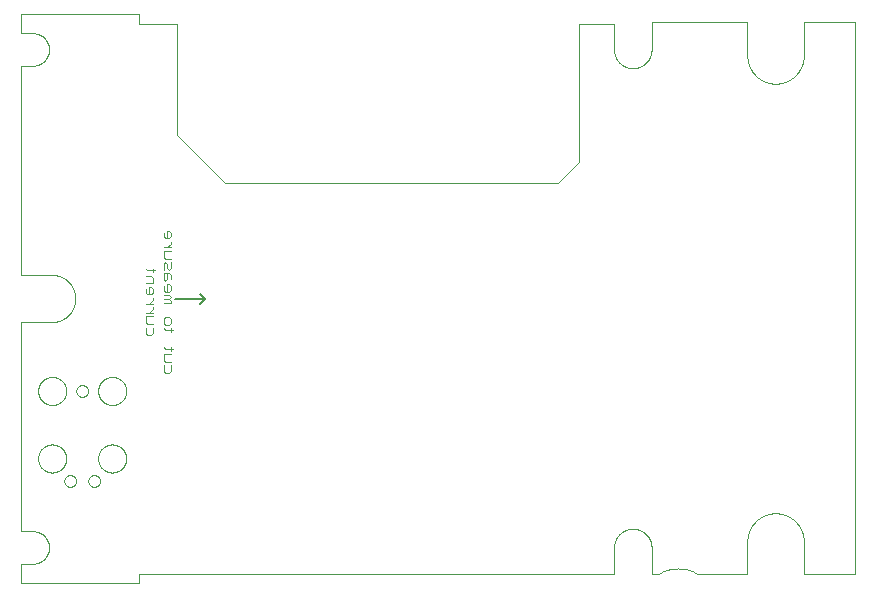
<source format=gbo>
G75*
%MOIN*%
%OFA0B0*%
%FSLAX25Y25*%
%IPPOS*%
%LPD*%
%AMOC8*
5,1,8,0,0,1.08239X$1,22.5*
%
%ADD10C,0.00100*%
%ADD11C,0.00300*%
%ADD12C,0.00600*%
%ADD13C,0.00000*%
D10*
X0007311Y0010025D02*
X0046681Y0010025D01*
X0046681Y0012741D01*
X0204998Y0012741D01*
X0204998Y0021741D01*
X0205000Y0021898D01*
X0205006Y0022055D01*
X0205016Y0022212D01*
X0205030Y0022368D01*
X0205047Y0022524D01*
X0205069Y0022680D01*
X0205094Y0022835D01*
X0205124Y0022989D01*
X0205157Y0023143D01*
X0205194Y0023295D01*
X0205235Y0023447D01*
X0205280Y0023598D01*
X0205329Y0023747D01*
X0205381Y0023895D01*
X0205437Y0024042D01*
X0205497Y0024187D01*
X0205560Y0024331D01*
X0205627Y0024473D01*
X0205697Y0024613D01*
X0205771Y0024752D01*
X0205848Y0024889D01*
X0205929Y0025023D01*
X0206013Y0025156D01*
X0206101Y0025286D01*
X0206192Y0025415D01*
X0206286Y0025541D01*
X0206383Y0025664D01*
X0206483Y0025785D01*
X0206586Y0025904D01*
X0206692Y0026019D01*
X0206801Y0026133D01*
X0206913Y0026243D01*
X0207027Y0026350D01*
X0207144Y0026455D01*
X0207264Y0026557D01*
X0207386Y0026655D01*
X0207511Y0026751D01*
X0207638Y0026843D01*
X0207768Y0026932D01*
X0207899Y0027018D01*
X0208033Y0027101D01*
X0208168Y0027180D01*
X0208306Y0027255D01*
X0208446Y0027328D01*
X0208587Y0027396D01*
X0208730Y0027461D01*
X0208874Y0027523D01*
X0209020Y0027581D01*
X0209168Y0027635D01*
X0209317Y0027685D01*
X0209467Y0027732D01*
X0209618Y0027775D01*
X0209770Y0027814D01*
X0209923Y0027849D01*
X0210077Y0027880D01*
X0210232Y0027908D01*
X0210387Y0027931D01*
X0210543Y0027951D01*
X0210699Y0027967D01*
X0210856Y0027979D01*
X0211012Y0027987D01*
X0211169Y0027991D01*
X0211327Y0027991D01*
X0211484Y0027987D01*
X0211640Y0027979D01*
X0211797Y0027967D01*
X0211953Y0027951D01*
X0212109Y0027931D01*
X0212264Y0027908D01*
X0212419Y0027880D01*
X0212573Y0027849D01*
X0212726Y0027814D01*
X0212878Y0027775D01*
X0213029Y0027732D01*
X0213179Y0027685D01*
X0213328Y0027635D01*
X0213476Y0027581D01*
X0213622Y0027523D01*
X0213766Y0027461D01*
X0213909Y0027396D01*
X0214050Y0027328D01*
X0214190Y0027255D01*
X0214328Y0027180D01*
X0214463Y0027101D01*
X0214597Y0027018D01*
X0214728Y0026932D01*
X0214858Y0026843D01*
X0214985Y0026751D01*
X0215110Y0026655D01*
X0215232Y0026557D01*
X0215352Y0026455D01*
X0215469Y0026350D01*
X0215583Y0026243D01*
X0215695Y0026133D01*
X0215804Y0026019D01*
X0215910Y0025904D01*
X0216013Y0025785D01*
X0216113Y0025664D01*
X0216210Y0025541D01*
X0216304Y0025415D01*
X0216395Y0025286D01*
X0216483Y0025156D01*
X0216567Y0025023D01*
X0216648Y0024889D01*
X0216725Y0024752D01*
X0216799Y0024613D01*
X0216869Y0024473D01*
X0216936Y0024331D01*
X0216999Y0024187D01*
X0217059Y0024042D01*
X0217115Y0023895D01*
X0217167Y0023747D01*
X0217216Y0023598D01*
X0217261Y0023447D01*
X0217302Y0023295D01*
X0217339Y0023143D01*
X0217372Y0022989D01*
X0217402Y0022835D01*
X0217427Y0022680D01*
X0217449Y0022524D01*
X0217466Y0022368D01*
X0217480Y0022212D01*
X0217490Y0022055D01*
X0217496Y0021898D01*
X0217498Y0021741D01*
X0217498Y0012741D01*
X0219528Y0012741D01*
X0233093Y0012741D02*
X0249411Y0012741D01*
X0249411Y0023741D01*
X0249414Y0023970D01*
X0249422Y0024199D01*
X0249436Y0024427D01*
X0249456Y0024655D01*
X0249481Y0024883D01*
X0249511Y0025110D01*
X0249547Y0025336D01*
X0249589Y0025561D01*
X0249636Y0025785D01*
X0249688Y0026008D01*
X0249746Y0026229D01*
X0249810Y0026449D01*
X0249878Y0026668D01*
X0249952Y0026884D01*
X0250031Y0027099D01*
X0250116Y0027312D01*
X0250205Y0027522D01*
X0250300Y0027731D01*
X0250399Y0027937D01*
X0250504Y0028141D01*
X0250614Y0028342D01*
X0250728Y0028540D01*
X0250847Y0028735D01*
X0250971Y0028928D01*
X0251100Y0029117D01*
X0251233Y0029303D01*
X0251371Y0029486D01*
X0251513Y0029666D01*
X0251659Y0029841D01*
X0251810Y0030014D01*
X0251965Y0030182D01*
X0252124Y0030347D01*
X0252287Y0030508D01*
X0252453Y0030665D01*
X0252624Y0030818D01*
X0252798Y0030966D01*
X0252976Y0031111D01*
X0253157Y0031250D01*
X0253342Y0031386D01*
X0253529Y0031517D01*
X0253720Y0031643D01*
X0253914Y0031765D01*
X0254111Y0031882D01*
X0254311Y0031994D01*
X0254513Y0032101D01*
X0254718Y0032203D01*
X0254925Y0032300D01*
X0255135Y0032392D01*
X0255346Y0032479D01*
X0255560Y0032561D01*
X0255776Y0032638D01*
X0255993Y0032709D01*
X0256213Y0032775D01*
X0256433Y0032835D01*
X0256656Y0032891D01*
X0256879Y0032940D01*
X0257104Y0032985D01*
X0257329Y0033023D01*
X0257556Y0033057D01*
X0257783Y0033085D01*
X0258011Y0033107D01*
X0258239Y0033124D01*
X0258468Y0033135D01*
X0258697Y0033140D01*
X0258925Y0033140D01*
X0259154Y0033135D01*
X0259383Y0033124D01*
X0259611Y0033107D01*
X0259839Y0033085D01*
X0260066Y0033057D01*
X0260293Y0033023D01*
X0260518Y0032985D01*
X0260743Y0032940D01*
X0260966Y0032891D01*
X0261189Y0032835D01*
X0261409Y0032775D01*
X0261629Y0032709D01*
X0261846Y0032638D01*
X0262062Y0032561D01*
X0262276Y0032479D01*
X0262487Y0032392D01*
X0262697Y0032300D01*
X0262904Y0032203D01*
X0263109Y0032101D01*
X0263311Y0031994D01*
X0263511Y0031882D01*
X0263708Y0031765D01*
X0263902Y0031643D01*
X0264093Y0031517D01*
X0264280Y0031386D01*
X0264465Y0031250D01*
X0264646Y0031111D01*
X0264824Y0030966D01*
X0264998Y0030818D01*
X0265169Y0030665D01*
X0265335Y0030508D01*
X0265498Y0030347D01*
X0265657Y0030182D01*
X0265812Y0030014D01*
X0265963Y0029841D01*
X0266109Y0029666D01*
X0266251Y0029486D01*
X0266389Y0029303D01*
X0266522Y0029117D01*
X0266651Y0028928D01*
X0266775Y0028735D01*
X0266894Y0028540D01*
X0267008Y0028342D01*
X0267118Y0028141D01*
X0267223Y0027937D01*
X0267322Y0027731D01*
X0267417Y0027522D01*
X0267506Y0027312D01*
X0267591Y0027099D01*
X0267670Y0026884D01*
X0267744Y0026668D01*
X0267812Y0026449D01*
X0267876Y0026229D01*
X0267934Y0026008D01*
X0267986Y0025785D01*
X0268033Y0025561D01*
X0268075Y0025336D01*
X0268111Y0025110D01*
X0268141Y0024883D01*
X0268166Y0024655D01*
X0268186Y0024427D01*
X0268200Y0024199D01*
X0268208Y0023970D01*
X0268211Y0023741D01*
X0268211Y0012741D01*
X0285311Y0012741D01*
X0285311Y0196741D01*
X0268211Y0196741D01*
X0268211Y0185741D01*
X0268208Y0185512D01*
X0268200Y0185283D01*
X0268186Y0185055D01*
X0268166Y0184827D01*
X0268141Y0184599D01*
X0268111Y0184372D01*
X0268075Y0184146D01*
X0268033Y0183921D01*
X0267986Y0183697D01*
X0267934Y0183474D01*
X0267876Y0183253D01*
X0267812Y0183033D01*
X0267744Y0182814D01*
X0267670Y0182598D01*
X0267591Y0182383D01*
X0267506Y0182170D01*
X0267417Y0181960D01*
X0267322Y0181751D01*
X0267223Y0181545D01*
X0267118Y0181341D01*
X0267008Y0181140D01*
X0266894Y0180942D01*
X0266775Y0180747D01*
X0266651Y0180554D01*
X0266522Y0180365D01*
X0266389Y0180179D01*
X0266251Y0179996D01*
X0266109Y0179816D01*
X0265963Y0179641D01*
X0265812Y0179468D01*
X0265657Y0179300D01*
X0265498Y0179135D01*
X0265335Y0178974D01*
X0265169Y0178817D01*
X0264998Y0178664D01*
X0264824Y0178516D01*
X0264646Y0178371D01*
X0264465Y0178232D01*
X0264280Y0178096D01*
X0264093Y0177965D01*
X0263902Y0177839D01*
X0263708Y0177717D01*
X0263511Y0177600D01*
X0263311Y0177488D01*
X0263109Y0177381D01*
X0262904Y0177279D01*
X0262697Y0177182D01*
X0262487Y0177090D01*
X0262276Y0177003D01*
X0262062Y0176921D01*
X0261846Y0176844D01*
X0261629Y0176773D01*
X0261409Y0176707D01*
X0261189Y0176647D01*
X0260966Y0176591D01*
X0260743Y0176542D01*
X0260518Y0176497D01*
X0260293Y0176459D01*
X0260066Y0176425D01*
X0259839Y0176397D01*
X0259611Y0176375D01*
X0259383Y0176358D01*
X0259154Y0176347D01*
X0258925Y0176342D01*
X0258697Y0176342D01*
X0258468Y0176347D01*
X0258239Y0176358D01*
X0258011Y0176375D01*
X0257783Y0176397D01*
X0257556Y0176425D01*
X0257329Y0176459D01*
X0257104Y0176497D01*
X0256879Y0176542D01*
X0256656Y0176591D01*
X0256433Y0176647D01*
X0256213Y0176707D01*
X0255993Y0176773D01*
X0255776Y0176844D01*
X0255560Y0176921D01*
X0255346Y0177003D01*
X0255135Y0177090D01*
X0254925Y0177182D01*
X0254718Y0177279D01*
X0254513Y0177381D01*
X0254311Y0177488D01*
X0254111Y0177600D01*
X0253914Y0177717D01*
X0253720Y0177839D01*
X0253529Y0177965D01*
X0253342Y0178096D01*
X0253157Y0178232D01*
X0252976Y0178371D01*
X0252798Y0178516D01*
X0252624Y0178664D01*
X0252453Y0178817D01*
X0252287Y0178974D01*
X0252124Y0179135D01*
X0251965Y0179300D01*
X0251810Y0179468D01*
X0251659Y0179641D01*
X0251513Y0179816D01*
X0251371Y0179996D01*
X0251233Y0180179D01*
X0251100Y0180365D01*
X0250971Y0180554D01*
X0250847Y0180747D01*
X0250728Y0180942D01*
X0250614Y0181140D01*
X0250504Y0181341D01*
X0250399Y0181545D01*
X0250300Y0181751D01*
X0250205Y0181960D01*
X0250116Y0182170D01*
X0250031Y0182383D01*
X0249952Y0182598D01*
X0249878Y0182814D01*
X0249810Y0183033D01*
X0249746Y0183253D01*
X0249688Y0183474D01*
X0249636Y0183697D01*
X0249589Y0183921D01*
X0249547Y0184146D01*
X0249511Y0184372D01*
X0249481Y0184599D01*
X0249456Y0184827D01*
X0249436Y0185055D01*
X0249422Y0185283D01*
X0249414Y0185512D01*
X0249411Y0185741D01*
X0249411Y0196741D01*
X0217498Y0196741D01*
X0217498Y0187741D01*
X0217496Y0187584D01*
X0217490Y0187427D01*
X0217480Y0187270D01*
X0217466Y0187114D01*
X0217449Y0186958D01*
X0217427Y0186802D01*
X0217402Y0186647D01*
X0217372Y0186493D01*
X0217339Y0186339D01*
X0217302Y0186187D01*
X0217261Y0186035D01*
X0217216Y0185884D01*
X0217167Y0185735D01*
X0217115Y0185587D01*
X0217059Y0185440D01*
X0216999Y0185295D01*
X0216936Y0185151D01*
X0216869Y0185009D01*
X0216799Y0184869D01*
X0216725Y0184730D01*
X0216648Y0184593D01*
X0216567Y0184459D01*
X0216483Y0184326D01*
X0216395Y0184196D01*
X0216304Y0184067D01*
X0216210Y0183941D01*
X0216113Y0183818D01*
X0216013Y0183697D01*
X0215910Y0183578D01*
X0215804Y0183463D01*
X0215695Y0183349D01*
X0215583Y0183239D01*
X0215469Y0183132D01*
X0215352Y0183027D01*
X0215232Y0182925D01*
X0215110Y0182827D01*
X0214985Y0182731D01*
X0214858Y0182639D01*
X0214728Y0182550D01*
X0214597Y0182464D01*
X0214463Y0182381D01*
X0214328Y0182302D01*
X0214190Y0182227D01*
X0214050Y0182154D01*
X0213909Y0182086D01*
X0213766Y0182021D01*
X0213622Y0181959D01*
X0213476Y0181901D01*
X0213328Y0181847D01*
X0213179Y0181797D01*
X0213029Y0181750D01*
X0212878Y0181707D01*
X0212726Y0181668D01*
X0212573Y0181633D01*
X0212419Y0181602D01*
X0212264Y0181574D01*
X0212109Y0181551D01*
X0211953Y0181531D01*
X0211797Y0181515D01*
X0211640Y0181503D01*
X0211484Y0181495D01*
X0211327Y0181491D01*
X0211169Y0181491D01*
X0211012Y0181495D01*
X0210856Y0181503D01*
X0210699Y0181515D01*
X0210543Y0181531D01*
X0210387Y0181551D01*
X0210232Y0181574D01*
X0210077Y0181602D01*
X0209923Y0181633D01*
X0209770Y0181668D01*
X0209618Y0181707D01*
X0209467Y0181750D01*
X0209317Y0181797D01*
X0209168Y0181847D01*
X0209020Y0181901D01*
X0208874Y0181959D01*
X0208730Y0182021D01*
X0208587Y0182086D01*
X0208446Y0182154D01*
X0208306Y0182227D01*
X0208168Y0182302D01*
X0208033Y0182381D01*
X0207899Y0182464D01*
X0207768Y0182550D01*
X0207638Y0182639D01*
X0207511Y0182731D01*
X0207386Y0182827D01*
X0207264Y0182925D01*
X0207144Y0183027D01*
X0207027Y0183132D01*
X0206913Y0183239D01*
X0206801Y0183349D01*
X0206692Y0183463D01*
X0206586Y0183578D01*
X0206483Y0183697D01*
X0206383Y0183818D01*
X0206286Y0183941D01*
X0206192Y0184067D01*
X0206101Y0184196D01*
X0206013Y0184326D01*
X0205929Y0184459D01*
X0205848Y0184593D01*
X0205771Y0184730D01*
X0205697Y0184869D01*
X0205627Y0185009D01*
X0205560Y0185151D01*
X0205497Y0185295D01*
X0205437Y0185440D01*
X0205381Y0185587D01*
X0205329Y0185735D01*
X0205280Y0185884D01*
X0205235Y0186035D01*
X0205194Y0186187D01*
X0205157Y0186339D01*
X0205124Y0186493D01*
X0205094Y0186647D01*
X0205069Y0186802D01*
X0205047Y0186958D01*
X0205030Y0187114D01*
X0205016Y0187270D01*
X0205006Y0187427D01*
X0205000Y0187584D01*
X0204998Y0187741D01*
X0204998Y0196300D01*
X0193300Y0196300D01*
X0193300Y0150300D01*
X0186300Y0143300D01*
X0075300Y0143300D01*
X0059300Y0159300D01*
X0059300Y0196300D01*
X0046681Y0196300D01*
X0046681Y0199458D01*
X0007311Y0199458D01*
X0007311Y0193155D01*
X0011248Y0193155D01*
X0011248Y0193154D02*
X0011393Y0193152D01*
X0011539Y0193146D01*
X0011684Y0193136D01*
X0011828Y0193123D01*
X0011973Y0193105D01*
X0012116Y0193084D01*
X0012259Y0193059D01*
X0012402Y0193030D01*
X0012543Y0192997D01*
X0012684Y0192960D01*
X0012824Y0192920D01*
X0012962Y0192875D01*
X0013099Y0192828D01*
X0013235Y0192776D01*
X0013370Y0192721D01*
X0013503Y0192662D01*
X0013634Y0192600D01*
X0013764Y0192534D01*
X0013891Y0192465D01*
X0014017Y0192392D01*
X0014141Y0192316D01*
X0014263Y0192237D01*
X0014382Y0192154D01*
X0014500Y0192068D01*
X0014615Y0191980D01*
X0014727Y0191888D01*
X0014837Y0191793D01*
X0014945Y0191695D01*
X0015050Y0191594D01*
X0015152Y0191491D01*
X0015251Y0191385D01*
X0015348Y0191276D01*
X0015441Y0191164D01*
X0015531Y0191051D01*
X0015619Y0190934D01*
X0015703Y0190816D01*
X0015784Y0190695D01*
X0015861Y0190572D01*
X0015936Y0190448D01*
X0016007Y0190321D01*
X0016074Y0190192D01*
X0016138Y0190062D01*
X0016199Y0189929D01*
X0016256Y0189796D01*
X0016309Y0189660D01*
X0016359Y0189524D01*
X0016405Y0189386D01*
X0016447Y0189247D01*
X0016486Y0189107D01*
X0016521Y0188966D01*
X0016552Y0188824D01*
X0016579Y0188681D01*
X0016602Y0188537D01*
X0016622Y0188393D01*
X0016637Y0188249D01*
X0016649Y0188104D01*
X0016657Y0187959D01*
X0016661Y0187814D01*
X0016661Y0187668D01*
X0016657Y0187523D01*
X0016649Y0187378D01*
X0016637Y0187233D01*
X0016622Y0187089D01*
X0016602Y0186945D01*
X0016579Y0186801D01*
X0016552Y0186658D01*
X0016521Y0186516D01*
X0016486Y0186375D01*
X0016447Y0186235D01*
X0016405Y0186096D01*
X0016359Y0185958D01*
X0016309Y0185822D01*
X0016256Y0185686D01*
X0016199Y0185553D01*
X0016138Y0185420D01*
X0016074Y0185290D01*
X0016007Y0185161D01*
X0015936Y0185035D01*
X0015861Y0184910D01*
X0015784Y0184787D01*
X0015703Y0184666D01*
X0015619Y0184548D01*
X0015531Y0184431D01*
X0015441Y0184318D01*
X0015348Y0184206D01*
X0015251Y0184097D01*
X0015152Y0183991D01*
X0015050Y0183888D01*
X0014945Y0183787D01*
X0014837Y0183689D01*
X0014727Y0183594D01*
X0014615Y0183502D01*
X0014500Y0183414D01*
X0014382Y0183328D01*
X0014263Y0183245D01*
X0014141Y0183166D01*
X0014017Y0183090D01*
X0013891Y0183017D01*
X0013764Y0182948D01*
X0013634Y0182882D01*
X0013503Y0182820D01*
X0013370Y0182761D01*
X0013235Y0182706D01*
X0013099Y0182654D01*
X0012962Y0182607D01*
X0012824Y0182562D01*
X0012684Y0182522D01*
X0012543Y0182485D01*
X0012402Y0182452D01*
X0012259Y0182423D01*
X0012116Y0182398D01*
X0011973Y0182377D01*
X0011828Y0182359D01*
X0011684Y0182346D01*
X0011539Y0182336D01*
X0011393Y0182330D01*
X0011248Y0182328D01*
X0007311Y0182328D01*
X0007311Y0112615D01*
X0017540Y0112615D01*
X0017732Y0112613D01*
X0017923Y0112606D01*
X0018115Y0112594D01*
X0018306Y0112578D01*
X0018496Y0112557D01*
X0018686Y0112531D01*
X0018876Y0112501D01*
X0019064Y0112466D01*
X0019252Y0112427D01*
X0019439Y0112383D01*
X0019624Y0112334D01*
X0019808Y0112281D01*
X0019991Y0112224D01*
X0020173Y0112162D01*
X0020353Y0112095D01*
X0020531Y0112025D01*
X0020708Y0111950D01*
X0020882Y0111870D01*
X0021055Y0111787D01*
X0021225Y0111699D01*
X0021394Y0111608D01*
X0021560Y0111512D01*
X0021723Y0111412D01*
X0021885Y0111308D01*
X0022043Y0111200D01*
X0022199Y0111089D01*
X0022352Y0110973D01*
X0022503Y0110854D01*
X0022650Y0110732D01*
X0022794Y0110605D01*
X0022936Y0110476D01*
X0023074Y0110343D01*
X0023209Y0110206D01*
X0023340Y0110066D01*
X0023468Y0109924D01*
X0023592Y0109778D01*
X0023713Y0109629D01*
X0023830Y0109477D01*
X0023944Y0109323D01*
X0024054Y0109165D01*
X0024159Y0109005D01*
X0024261Y0108843D01*
X0024359Y0108678D01*
X0024453Y0108511D01*
X0024543Y0108341D01*
X0024628Y0108170D01*
X0024710Y0107996D01*
X0024787Y0107821D01*
X0024860Y0107643D01*
X0024928Y0107464D01*
X0024992Y0107283D01*
X0025052Y0107101D01*
X0025107Y0106918D01*
X0025158Y0106733D01*
X0025204Y0106547D01*
X0025246Y0106359D01*
X0025283Y0106171D01*
X0025316Y0105982D01*
X0025343Y0105793D01*
X0025367Y0105602D01*
X0025385Y0105411D01*
X0025399Y0105220D01*
X0025409Y0105029D01*
X0025413Y0104837D01*
X0025413Y0104645D01*
X0025409Y0104453D01*
X0025399Y0104262D01*
X0025385Y0104071D01*
X0025367Y0103880D01*
X0025343Y0103689D01*
X0025316Y0103500D01*
X0025283Y0103311D01*
X0025246Y0103123D01*
X0025204Y0102935D01*
X0025158Y0102749D01*
X0025107Y0102564D01*
X0025052Y0102381D01*
X0024992Y0102199D01*
X0024928Y0102018D01*
X0024860Y0101839D01*
X0024787Y0101661D01*
X0024710Y0101486D01*
X0024628Y0101312D01*
X0024543Y0101141D01*
X0024453Y0100971D01*
X0024359Y0100804D01*
X0024261Y0100639D01*
X0024159Y0100477D01*
X0024054Y0100317D01*
X0023944Y0100159D01*
X0023830Y0100005D01*
X0023713Y0099853D01*
X0023592Y0099704D01*
X0023468Y0099558D01*
X0023340Y0099416D01*
X0023209Y0099276D01*
X0023074Y0099139D01*
X0022936Y0099006D01*
X0022794Y0098877D01*
X0022650Y0098750D01*
X0022503Y0098628D01*
X0022352Y0098509D01*
X0022199Y0098393D01*
X0022043Y0098282D01*
X0021885Y0098174D01*
X0021723Y0098070D01*
X0021560Y0097970D01*
X0021394Y0097874D01*
X0021225Y0097783D01*
X0021055Y0097695D01*
X0020882Y0097612D01*
X0020708Y0097532D01*
X0020531Y0097457D01*
X0020353Y0097387D01*
X0020173Y0097320D01*
X0019991Y0097258D01*
X0019808Y0097201D01*
X0019624Y0097148D01*
X0019439Y0097099D01*
X0019252Y0097055D01*
X0019064Y0097016D01*
X0018876Y0096981D01*
X0018686Y0096951D01*
X0018496Y0096925D01*
X0018306Y0096904D01*
X0018115Y0096888D01*
X0017923Y0096876D01*
X0017732Y0096869D01*
X0017540Y0096867D01*
X0007311Y0096867D01*
X0007311Y0027155D01*
X0011248Y0027155D01*
X0011248Y0027154D02*
X0011393Y0027152D01*
X0011539Y0027146D01*
X0011684Y0027136D01*
X0011828Y0027123D01*
X0011973Y0027105D01*
X0012116Y0027084D01*
X0012259Y0027059D01*
X0012402Y0027030D01*
X0012543Y0026997D01*
X0012684Y0026960D01*
X0012824Y0026920D01*
X0012962Y0026875D01*
X0013099Y0026828D01*
X0013235Y0026776D01*
X0013370Y0026721D01*
X0013503Y0026662D01*
X0013634Y0026600D01*
X0013764Y0026534D01*
X0013891Y0026465D01*
X0014017Y0026392D01*
X0014141Y0026316D01*
X0014263Y0026237D01*
X0014382Y0026154D01*
X0014500Y0026068D01*
X0014615Y0025980D01*
X0014727Y0025888D01*
X0014837Y0025793D01*
X0014945Y0025695D01*
X0015050Y0025594D01*
X0015152Y0025491D01*
X0015251Y0025385D01*
X0015348Y0025276D01*
X0015441Y0025164D01*
X0015531Y0025051D01*
X0015619Y0024934D01*
X0015703Y0024816D01*
X0015784Y0024695D01*
X0015861Y0024572D01*
X0015936Y0024448D01*
X0016007Y0024321D01*
X0016074Y0024192D01*
X0016138Y0024062D01*
X0016199Y0023929D01*
X0016256Y0023796D01*
X0016309Y0023660D01*
X0016359Y0023524D01*
X0016405Y0023386D01*
X0016447Y0023247D01*
X0016486Y0023107D01*
X0016521Y0022966D01*
X0016552Y0022824D01*
X0016579Y0022681D01*
X0016602Y0022537D01*
X0016622Y0022393D01*
X0016637Y0022249D01*
X0016649Y0022104D01*
X0016657Y0021959D01*
X0016661Y0021814D01*
X0016661Y0021668D01*
X0016657Y0021523D01*
X0016649Y0021378D01*
X0016637Y0021233D01*
X0016622Y0021089D01*
X0016602Y0020945D01*
X0016579Y0020801D01*
X0016552Y0020658D01*
X0016521Y0020516D01*
X0016486Y0020375D01*
X0016447Y0020235D01*
X0016405Y0020096D01*
X0016359Y0019958D01*
X0016309Y0019822D01*
X0016256Y0019686D01*
X0016199Y0019553D01*
X0016138Y0019420D01*
X0016074Y0019290D01*
X0016007Y0019161D01*
X0015936Y0019035D01*
X0015861Y0018910D01*
X0015784Y0018787D01*
X0015703Y0018666D01*
X0015619Y0018548D01*
X0015531Y0018431D01*
X0015441Y0018318D01*
X0015348Y0018206D01*
X0015251Y0018097D01*
X0015152Y0017991D01*
X0015050Y0017888D01*
X0014945Y0017787D01*
X0014837Y0017689D01*
X0014727Y0017594D01*
X0014615Y0017502D01*
X0014500Y0017414D01*
X0014382Y0017328D01*
X0014263Y0017245D01*
X0014141Y0017166D01*
X0014017Y0017090D01*
X0013891Y0017017D01*
X0013764Y0016948D01*
X0013634Y0016882D01*
X0013503Y0016820D01*
X0013370Y0016761D01*
X0013235Y0016706D01*
X0013099Y0016654D01*
X0012962Y0016607D01*
X0012824Y0016562D01*
X0012684Y0016522D01*
X0012543Y0016485D01*
X0012402Y0016452D01*
X0012259Y0016423D01*
X0012116Y0016398D01*
X0011973Y0016377D01*
X0011828Y0016359D01*
X0011684Y0016346D01*
X0011539Y0016336D01*
X0011393Y0016330D01*
X0011248Y0016328D01*
X0007311Y0016328D01*
X0007311Y0010025D01*
X0219529Y0012741D02*
X0219787Y0012903D01*
X0220049Y0013059D01*
X0220315Y0013209D01*
X0220584Y0013352D01*
X0220857Y0013488D01*
X0221133Y0013618D01*
X0221412Y0013741D01*
X0221695Y0013857D01*
X0221979Y0013966D01*
X0222267Y0014069D01*
X0222557Y0014164D01*
X0222849Y0014252D01*
X0223143Y0014333D01*
X0223439Y0014407D01*
X0223737Y0014473D01*
X0224036Y0014532D01*
X0224336Y0014584D01*
X0224638Y0014629D01*
X0224941Y0014666D01*
X0225245Y0014695D01*
X0225549Y0014718D01*
X0225854Y0014733D01*
X0226158Y0014740D01*
X0226464Y0014740D01*
X0226768Y0014733D01*
X0227073Y0014718D01*
X0227377Y0014695D01*
X0227681Y0014666D01*
X0227984Y0014629D01*
X0228286Y0014584D01*
X0228586Y0014532D01*
X0228885Y0014473D01*
X0229183Y0014407D01*
X0229479Y0014333D01*
X0229773Y0014252D01*
X0230065Y0014164D01*
X0230355Y0014069D01*
X0230643Y0013966D01*
X0230927Y0013857D01*
X0231210Y0013741D01*
X0231489Y0013618D01*
X0231765Y0013488D01*
X0232038Y0013352D01*
X0232307Y0013209D01*
X0232573Y0013059D01*
X0232835Y0012903D01*
X0233093Y0012741D01*
D11*
X0057319Y0080620D02*
X0056702Y0080003D01*
X0055467Y0080003D01*
X0054850Y0080620D01*
X0054850Y0082471D01*
X0055467Y0083686D02*
X0054850Y0084303D01*
X0054850Y0086155D01*
X0057319Y0086155D01*
X0057319Y0087369D02*
X0057319Y0088603D01*
X0057936Y0087986D02*
X0055467Y0087986D01*
X0054850Y0088603D01*
X0057319Y0093507D02*
X0057319Y0094742D01*
X0057936Y0094125D02*
X0055467Y0094125D01*
X0054850Y0094742D01*
X0055467Y0095963D02*
X0054850Y0096580D01*
X0054850Y0097814D01*
X0055467Y0098432D01*
X0056702Y0098432D01*
X0057319Y0097814D01*
X0057319Y0096580D01*
X0056702Y0095963D01*
X0055467Y0095963D01*
X0051319Y0096270D02*
X0049467Y0096270D01*
X0048850Y0096887D01*
X0048850Y0098739D01*
X0051319Y0098739D01*
X0051319Y0099953D02*
X0048850Y0099953D01*
X0050084Y0099953D02*
X0051319Y0101187D01*
X0051319Y0101805D01*
X0051319Y0103022D02*
X0048850Y0103022D01*
X0050084Y0103022D02*
X0051319Y0104257D01*
X0051319Y0104874D01*
X0050702Y0106092D02*
X0051319Y0106709D01*
X0051319Y0107943D01*
X0050702Y0108560D01*
X0050084Y0108560D01*
X0050084Y0106092D01*
X0049467Y0106092D02*
X0050702Y0106092D01*
X0049467Y0106092D02*
X0048850Y0106709D01*
X0048850Y0107943D01*
X0048850Y0109775D02*
X0051319Y0109775D01*
X0051319Y0111626D01*
X0050702Y0112243D01*
X0048850Y0112243D01*
X0049467Y0114075D02*
X0048850Y0114692D01*
X0049467Y0114075D02*
X0051936Y0114075D01*
X0051319Y0113458D02*
X0051319Y0114692D01*
X0054850Y0114379D02*
X0054850Y0116230D01*
X0055467Y0116847D01*
X0056084Y0116230D01*
X0056084Y0114996D01*
X0056702Y0114379D01*
X0057319Y0114996D01*
X0057319Y0116847D01*
X0057319Y0118062D02*
X0055467Y0118062D01*
X0054850Y0118679D01*
X0054850Y0120531D01*
X0057319Y0120531D01*
X0057319Y0121745D02*
X0054850Y0121745D01*
X0056084Y0121745D02*
X0057319Y0122979D01*
X0057319Y0123596D01*
X0056702Y0124814D02*
X0055467Y0124814D01*
X0054850Y0125431D01*
X0054850Y0126666D01*
X0056084Y0127283D02*
X0056084Y0124814D01*
X0056702Y0124814D02*
X0057319Y0125431D01*
X0057319Y0126666D01*
X0056702Y0127283D01*
X0056084Y0127283D01*
X0056084Y0113164D02*
X0056084Y0111313D01*
X0055467Y0110695D01*
X0054850Y0111313D01*
X0054850Y0113164D01*
X0056702Y0113164D01*
X0057319Y0112547D01*
X0057319Y0111313D01*
X0056702Y0109481D02*
X0056084Y0109481D01*
X0056084Y0107012D01*
X0055467Y0107012D02*
X0056702Y0107012D01*
X0057319Y0107630D01*
X0057319Y0108864D01*
X0056702Y0109481D01*
X0054850Y0108864D02*
X0054850Y0107630D01*
X0055467Y0107012D01*
X0054850Y0105798D02*
X0056702Y0105798D01*
X0057319Y0105181D01*
X0056702Y0104564D01*
X0054850Y0104564D01*
X0054850Y0103329D02*
X0057319Y0103329D01*
X0057319Y0103946D01*
X0056702Y0104564D01*
X0051319Y0095055D02*
X0051319Y0093204D01*
X0050702Y0092587D01*
X0049467Y0092587D01*
X0048850Y0093204D01*
X0048850Y0095055D01*
X0055467Y0083686D02*
X0057319Y0083686D01*
X0057319Y0082471D02*
X0057319Y0080620D01*
D12*
X0066900Y0102900D02*
X0068500Y0104500D01*
X0066900Y0106100D01*
X0068500Y0104500D02*
X0058500Y0104500D01*
D13*
X0033025Y0073900D02*
X0033027Y0074037D01*
X0033033Y0074173D01*
X0033043Y0074309D01*
X0033057Y0074445D01*
X0033075Y0074581D01*
X0033097Y0074716D01*
X0033122Y0074850D01*
X0033152Y0074983D01*
X0033186Y0075115D01*
X0033223Y0075247D01*
X0033264Y0075377D01*
X0033310Y0075506D01*
X0033358Y0075634D01*
X0033411Y0075760D01*
X0033467Y0075884D01*
X0033527Y0076007D01*
X0033590Y0076128D01*
X0033657Y0076247D01*
X0033727Y0076364D01*
X0033801Y0076480D01*
X0033878Y0076592D01*
X0033958Y0076703D01*
X0034042Y0076811D01*
X0034129Y0076917D01*
X0034218Y0077020D01*
X0034311Y0077120D01*
X0034406Y0077218D01*
X0034505Y0077313D01*
X0034606Y0077405D01*
X0034710Y0077493D01*
X0034816Y0077579D01*
X0034925Y0077662D01*
X0035036Y0077741D01*
X0035149Y0077818D01*
X0035265Y0077891D01*
X0035382Y0077960D01*
X0035502Y0078026D01*
X0035623Y0078088D01*
X0035747Y0078147D01*
X0035872Y0078203D01*
X0035998Y0078254D01*
X0036126Y0078302D01*
X0036255Y0078346D01*
X0036386Y0078387D01*
X0036518Y0078423D01*
X0036650Y0078456D01*
X0036784Y0078484D01*
X0036918Y0078509D01*
X0037053Y0078530D01*
X0037189Y0078547D01*
X0037325Y0078560D01*
X0037461Y0078569D01*
X0037598Y0078574D01*
X0037734Y0078575D01*
X0037871Y0078572D01*
X0038007Y0078565D01*
X0038143Y0078554D01*
X0038279Y0078539D01*
X0038414Y0078520D01*
X0038549Y0078497D01*
X0038683Y0078470D01*
X0038816Y0078440D01*
X0038948Y0078405D01*
X0039080Y0078367D01*
X0039209Y0078325D01*
X0039338Y0078279D01*
X0039465Y0078229D01*
X0039591Y0078175D01*
X0039715Y0078118D01*
X0039838Y0078058D01*
X0039958Y0077993D01*
X0040077Y0077926D01*
X0040193Y0077855D01*
X0040308Y0077780D01*
X0040420Y0077702D01*
X0040530Y0077621D01*
X0040638Y0077537D01*
X0040743Y0077449D01*
X0040845Y0077359D01*
X0040945Y0077266D01*
X0041042Y0077169D01*
X0041136Y0077070D01*
X0041227Y0076969D01*
X0041315Y0076864D01*
X0041400Y0076757D01*
X0041482Y0076648D01*
X0041561Y0076536D01*
X0041636Y0076422D01*
X0041708Y0076306D01*
X0041777Y0076188D01*
X0041842Y0076068D01*
X0041904Y0075946D01*
X0041962Y0075822D01*
X0042016Y0075697D01*
X0042067Y0075570D01*
X0042113Y0075442D01*
X0042157Y0075312D01*
X0042196Y0075181D01*
X0042232Y0075049D01*
X0042263Y0074916D01*
X0042291Y0074783D01*
X0042315Y0074648D01*
X0042335Y0074513D01*
X0042351Y0074377D01*
X0042363Y0074241D01*
X0042371Y0074105D01*
X0042375Y0073968D01*
X0042375Y0073832D01*
X0042371Y0073695D01*
X0042363Y0073559D01*
X0042351Y0073423D01*
X0042335Y0073287D01*
X0042315Y0073152D01*
X0042291Y0073017D01*
X0042263Y0072884D01*
X0042232Y0072751D01*
X0042196Y0072619D01*
X0042157Y0072488D01*
X0042113Y0072358D01*
X0042067Y0072230D01*
X0042016Y0072103D01*
X0041962Y0071978D01*
X0041904Y0071854D01*
X0041842Y0071732D01*
X0041777Y0071612D01*
X0041708Y0071494D01*
X0041636Y0071378D01*
X0041561Y0071264D01*
X0041482Y0071152D01*
X0041400Y0071043D01*
X0041315Y0070936D01*
X0041227Y0070831D01*
X0041136Y0070730D01*
X0041042Y0070631D01*
X0040945Y0070534D01*
X0040845Y0070441D01*
X0040743Y0070351D01*
X0040638Y0070263D01*
X0040530Y0070179D01*
X0040420Y0070098D01*
X0040308Y0070020D01*
X0040193Y0069945D01*
X0040077Y0069874D01*
X0039958Y0069807D01*
X0039838Y0069742D01*
X0039715Y0069682D01*
X0039591Y0069625D01*
X0039465Y0069571D01*
X0039338Y0069521D01*
X0039209Y0069475D01*
X0039080Y0069433D01*
X0038948Y0069395D01*
X0038816Y0069360D01*
X0038683Y0069330D01*
X0038549Y0069303D01*
X0038414Y0069280D01*
X0038279Y0069261D01*
X0038143Y0069246D01*
X0038007Y0069235D01*
X0037871Y0069228D01*
X0037734Y0069225D01*
X0037598Y0069226D01*
X0037461Y0069231D01*
X0037325Y0069240D01*
X0037189Y0069253D01*
X0037053Y0069270D01*
X0036918Y0069291D01*
X0036784Y0069316D01*
X0036650Y0069344D01*
X0036518Y0069377D01*
X0036386Y0069413D01*
X0036255Y0069454D01*
X0036126Y0069498D01*
X0035998Y0069546D01*
X0035872Y0069597D01*
X0035747Y0069653D01*
X0035623Y0069712D01*
X0035502Y0069774D01*
X0035382Y0069840D01*
X0035265Y0069909D01*
X0035149Y0069982D01*
X0035036Y0070059D01*
X0034925Y0070138D01*
X0034816Y0070221D01*
X0034710Y0070307D01*
X0034606Y0070395D01*
X0034505Y0070487D01*
X0034406Y0070582D01*
X0034311Y0070680D01*
X0034218Y0070780D01*
X0034129Y0070883D01*
X0034042Y0070989D01*
X0033958Y0071097D01*
X0033878Y0071208D01*
X0033801Y0071320D01*
X0033727Y0071436D01*
X0033657Y0071553D01*
X0033590Y0071672D01*
X0033527Y0071793D01*
X0033467Y0071916D01*
X0033411Y0072040D01*
X0033358Y0072166D01*
X0033310Y0072294D01*
X0033264Y0072423D01*
X0033223Y0072553D01*
X0033186Y0072685D01*
X0033152Y0072817D01*
X0033122Y0072950D01*
X0033097Y0073084D01*
X0033075Y0073219D01*
X0033057Y0073355D01*
X0033043Y0073491D01*
X0033033Y0073627D01*
X0033027Y0073763D01*
X0033025Y0073900D01*
X0025750Y0073900D02*
X0025752Y0073988D01*
X0025758Y0074076D01*
X0025768Y0074164D01*
X0025782Y0074251D01*
X0025800Y0074337D01*
X0025821Y0074422D01*
X0025847Y0074507D01*
X0025876Y0074590D01*
X0025909Y0074672D01*
X0025946Y0074752D01*
X0025986Y0074830D01*
X0026030Y0074907D01*
X0026077Y0074981D01*
X0026128Y0075053D01*
X0026181Y0075123D01*
X0026238Y0075191D01*
X0026298Y0075255D01*
X0026361Y0075317D01*
X0026426Y0075376D01*
X0026494Y0075432D01*
X0026565Y0075485D01*
X0026637Y0075535D01*
X0026712Y0075581D01*
X0026789Y0075624D01*
X0026868Y0075664D01*
X0026949Y0075699D01*
X0027031Y0075732D01*
X0027114Y0075760D01*
X0027199Y0075785D01*
X0027285Y0075805D01*
X0027371Y0075822D01*
X0027458Y0075835D01*
X0027546Y0075844D01*
X0027634Y0075849D01*
X0027722Y0075850D01*
X0027810Y0075847D01*
X0027898Y0075840D01*
X0027985Y0075829D01*
X0028072Y0075814D01*
X0028158Y0075795D01*
X0028244Y0075773D01*
X0028328Y0075746D01*
X0028410Y0075716D01*
X0028492Y0075682D01*
X0028572Y0075644D01*
X0028649Y0075603D01*
X0028725Y0075559D01*
X0028799Y0075511D01*
X0028871Y0075459D01*
X0028940Y0075405D01*
X0029007Y0075347D01*
X0029071Y0075287D01*
X0029132Y0075223D01*
X0029191Y0075157D01*
X0029246Y0075089D01*
X0029298Y0075017D01*
X0029347Y0074944D01*
X0029392Y0074869D01*
X0029434Y0074791D01*
X0029473Y0074712D01*
X0029508Y0074631D01*
X0029539Y0074548D01*
X0029566Y0074465D01*
X0029590Y0074380D01*
X0029610Y0074294D01*
X0029626Y0074207D01*
X0029638Y0074120D01*
X0029646Y0074032D01*
X0029650Y0073944D01*
X0029650Y0073856D01*
X0029646Y0073768D01*
X0029638Y0073680D01*
X0029626Y0073593D01*
X0029610Y0073506D01*
X0029590Y0073420D01*
X0029566Y0073335D01*
X0029539Y0073252D01*
X0029508Y0073169D01*
X0029473Y0073088D01*
X0029434Y0073009D01*
X0029392Y0072931D01*
X0029347Y0072856D01*
X0029298Y0072783D01*
X0029246Y0072711D01*
X0029191Y0072643D01*
X0029132Y0072577D01*
X0029071Y0072513D01*
X0029007Y0072453D01*
X0028940Y0072395D01*
X0028871Y0072341D01*
X0028799Y0072289D01*
X0028725Y0072241D01*
X0028649Y0072197D01*
X0028572Y0072156D01*
X0028492Y0072118D01*
X0028410Y0072084D01*
X0028328Y0072054D01*
X0028244Y0072027D01*
X0028158Y0072005D01*
X0028072Y0071986D01*
X0027985Y0071971D01*
X0027898Y0071960D01*
X0027810Y0071953D01*
X0027722Y0071950D01*
X0027634Y0071951D01*
X0027546Y0071956D01*
X0027458Y0071965D01*
X0027371Y0071978D01*
X0027285Y0071995D01*
X0027199Y0072015D01*
X0027114Y0072040D01*
X0027031Y0072068D01*
X0026949Y0072101D01*
X0026868Y0072136D01*
X0026789Y0072176D01*
X0026712Y0072219D01*
X0026637Y0072265D01*
X0026565Y0072315D01*
X0026494Y0072368D01*
X0026426Y0072424D01*
X0026361Y0072483D01*
X0026298Y0072545D01*
X0026238Y0072609D01*
X0026181Y0072677D01*
X0026128Y0072747D01*
X0026077Y0072819D01*
X0026030Y0072893D01*
X0025986Y0072970D01*
X0025946Y0073048D01*
X0025909Y0073128D01*
X0025876Y0073210D01*
X0025847Y0073293D01*
X0025821Y0073378D01*
X0025800Y0073463D01*
X0025782Y0073549D01*
X0025768Y0073636D01*
X0025758Y0073724D01*
X0025752Y0073812D01*
X0025750Y0073900D01*
X0013025Y0073900D02*
X0013027Y0074037D01*
X0013033Y0074173D01*
X0013043Y0074309D01*
X0013057Y0074445D01*
X0013075Y0074581D01*
X0013097Y0074716D01*
X0013122Y0074850D01*
X0013152Y0074983D01*
X0013186Y0075115D01*
X0013223Y0075247D01*
X0013264Y0075377D01*
X0013310Y0075506D01*
X0013358Y0075634D01*
X0013411Y0075760D01*
X0013467Y0075884D01*
X0013527Y0076007D01*
X0013590Y0076128D01*
X0013657Y0076247D01*
X0013727Y0076364D01*
X0013801Y0076480D01*
X0013878Y0076592D01*
X0013958Y0076703D01*
X0014042Y0076811D01*
X0014129Y0076917D01*
X0014218Y0077020D01*
X0014311Y0077120D01*
X0014406Y0077218D01*
X0014505Y0077313D01*
X0014606Y0077405D01*
X0014710Y0077493D01*
X0014816Y0077579D01*
X0014925Y0077662D01*
X0015036Y0077741D01*
X0015149Y0077818D01*
X0015265Y0077891D01*
X0015382Y0077960D01*
X0015502Y0078026D01*
X0015623Y0078088D01*
X0015747Y0078147D01*
X0015872Y0078203D01*
X0015998Y0078254D01*
X0016126Y0078302D01*
X0016255Y0078346D01*
X0016386Y0078387D01*
X0016518Y0078423D01*
X0016650Y0078456D01*
X0016784Y0078484D01*
X0016918Y0078509D01*
X0017053Y0078530D01*
X0017189Y0078547D01*
X0017325Y0078560D01*
X0017461Y0078569D01*
X0017598Y0078574D01*
X0017734Y0078575D01*
X0017871Y0078572D01*
X0018007Y0078565D01*
X0018143Y0078554D01*
X0018279Y0078539D01*
X0018414Y0078520D01*
X0018549Y0078497D01*
X0018683Y0078470D01*
X0018816Y0078440D01*
X0018948Y0078405D01*
X0019080Y0078367D01*
X0019209Y0078325D01*
X0019338Y0078279D01*
X0019465Y0078229D01*
X0019591Y0078175D01*
X0019715Y0078118D01*
X0019838Y0078058D01*
X0019958Y0077993D01*
X0020077Y0077926D01*
X0020193Y0077855D01*
X0020308Y0077780D01*
X0020420Y0077702D01*
X0020530Y0077621D01*
X0020638Y0077537D01*
X0020743Y0077449D01*
X0020845Y0077359D01*
X0020945Y0077266D01*
X0021042Y0077169D01*
X0021136Y0077070D01*
X0021227Y0076969D01*
X0021315Y0076864D01*
X0021400Y0076757D01*
X0021482Y0076648D01*
X0021561Y0076536D01*
X0021636Y0076422D01*
X0021708Y0076306D01*
X0021777Y0076188D01*
X0021842Y0076068D01*
X0021904Y0075946D01*
X0021962Y0075822D01*
X0022016Y0075697D01*
X0022067Y0075570D01*
X0022113Y0075442D01*
X0022157Y0075312D01*
X0022196Y0075181D01*
X0022232Y0075049D01*
X0022263Y0074916D01*
X0022291Y0074783D01*
X0022315Y0074648D01*
X0022335Y0074513D01*
X0022351Y0074377D01*
X0022363Y0074241D01*
X0022371Y0074105D01*
X0022375Y0073968D01*
X0022375Y0073832D01*
X0022371Y0073695D01*
X0022363Y0073559D01*
X0022351Y0073423D01*
X0022335Y0073287D01*
X0022315Y0073152D01*
X0022291Y0073017D01*
X0022263Y0072884D01*
X0022232Y0072751D01*
X0022196Y0072619D01*
X0022157Y0072488D01*
X0022113Y0072358D01*
X0022067Y0072230D01*
X0022016Y0072103D01*
X0021962Y0071978D01*
X0021904Y0071854D01*
X0021842Y0071732D01*
X0021777Y0071612D01*
X0021708Y0071494D01*
X0021636Y0071378D01*
X0021561Y0071264D01*
X0021482Y0071152D01*
X0021400Y0071043D01*
X0021315Y0070936D01*
X0021227Y0070831D01*
X0021136Y0070730D01*
X0021042Y0070631D01*
X0020945Y0070534D01*
X0020845Y0070441D01*
X0020743Y0070351D01*
X0020638Y0070263D01*
X0020530Y0070179D01*
X0020420Y0070098D01*
X0020308Y0070020D01*
X0020193Y0069945D01*
X0020077Y0069874D01*
X0019958Y0069807D01*
X0019838Y0069742D01*
X0019715Y0069682D01*
X0019591Y0069625D01*
X0019465Y0069571D01*
X0019338Y0069521D01*
X0019209Y0069475D01*
X0019080Y0069433D01*
X0018948Y0069395D01*
X0018816Y0069360D01*
X0018683Y0069330D01*
X0018549Y0069303D01*
X0018414Y0069280D01*
X0018279Y0069261D01*
X0018143Y0069246D01*
X0018007Y0069235D01*
X0017871Y0069228D01*
X0017734Y0069225D01*
X0017598Y0069226D01*
X0017461Y0069231D01*
X0017325Y0069240D01*
X0017189Y0069253D01*
X0017053Y0069270D01*
X0016918Y0069291D01*
X0016784Y0069316D01*
X0016650Y0069344D01*
X0016518Y0069377D01*
X0016386Y0069413D01*
X0016255Y0069454D01*
X0016126Y0069498D01*
X0015998Y0069546D01*
X0015872Y0069597D01*
X0015747Y0069653D01*
X0015623Y0069712D01*
X0015502Y0069774D01*
X0015382Y0069840D01*
X0015265Y0069909D01*
X0015149Y0069982D01*
X0015036Y0070059D01*
X0014925Y0070138D01*
X0014816Y0070221D01*
X0014710Y0070307D01*
X0014606Y0070395D01*
X0014505Y0070487D01*
X0014406Y0070582D01*
X0014311Y0070680D01*
X0014218Y0070780D01*
X0014129Y0070883D01*
X0014042Y0070989D01*
X0013958Y0071097D01*
X0013878Y0071208D01*
X0013801Y0071320D01*
X0013727Y0071436D01*
X0013657Y0071553D01*
X0013590Y0071672D01*
X0013527Y0071793D01*
X0013467Y0071916D01*
X0013411Y0072040D01*
X0013358Y0072166D01*
X0013310Y0072294D01*
X0013264Y0072423D01*
X0013223Y0072553D01*
X0013186Y0072685D01*
X0013152Y0072817D01*
X0013122Y0072950D01*
X0013097Y0073084D01*
X0013075Y0073219D01*
X0013057Y0073355D01*
X0013043Y0073491D01*
X0013033Y0073627D01*
X0013027Y0073763D01*
X0013025Y0073900D01*
X0013025Y0051400D02*
X0013027Y0051537D01*
X0013033Y0051673D01*
X0013043Y0051809D01*
X0013057Y0051945D01*
X0013075Y0052081D01*
X0013097Y0052216D01*
X0013122Y0052350D01*
X0013152Y0052483D01*
X0013186Y0052615D01*
X0013223Y0052747D01*
X0013264Y0052877D01*
X0013310Y0053006D01*
X0013358Y0053134D01*
X0013411Y0053260D01*
X0013467Y0053384D01*
X0013527Y0053507D01*
X0013590Y0053628D01*
X0013657Y0053747D01*
X0013727Y0053864D01*
X0013801Y0053980D01*
X0013878Y0054092D01*
X0013958Y0054203D01*
X0014042Y0054311D01*
X0014129Y0054417D01*
X0014218Y0054520D01*
X0014311Y0054620D01*
X0014406Y0054718D01*
X0014505Y0054813D01*
X0014606Y0054905D01*
X0014710Y0054993D01*
X0014816Y0055079D01*
X0014925Y0055162D01*
X0015036Y0055241D01*
X0015149Y0055318D01*
X0015265Y0055391D01*
X0015382Y0055460D01*
X0015502Y0055526D01*
X0015623Y0055588D01*
X0015747Y0055647D01*
X0015872Y0055703D01*
X0015998Y0055754D01*
X0016126Y0055802D01*
X0016255Y0055846D01*
X0016386Y0055887D01*
X0016518Y0055923D01*
X0016650Y0055956D01*
X0016784Y0055984D01*
X0016918Y0056009D01*
X0017053Y0056030D01*
X0017189Y0056047D01*
X0017325Y0056060D01*
X0017461Y0056069D01*
X0017598Y0056074D01*
X0017734Y0056075D01*
X0017871Y0056072D01*
X0018007Y0056065D01*
X0018143Y0056054D01*
X0018279Y0056039D01*
X0018414Y0056020D01*
X0018549Y0055997D01*
X0018683Y0055970D01*
X0018816Y0055940D01*
X0018948Y0055905D01*
X0019080Y0055867D01*
X0019209Y0055825D01*
X0019338Y0055779D01*
X0019465Y0055729D01*
X0019591Y0055675D01*
X0019715Y0055618D01*
X0019838Y0055558D01*
X0019958Y0055493D01*
X0020077Y0055426D01*
X0020193Y0055355D01*
X0020308Y0055280D01*
X0020420Y0055202D01*
X0020530Y0055121D01*
X0020638Y0055037D01*
X0020743Y0054949D01*
X0020845Y0054859D01*
X0020945Y0054766D01*
X0021042Y0054669D01*
X0021136Y0054570D01*
X0021227Y0054469D01*
X0021315Y0054364D01*
X0021400Y0054257D01*
X0021482Y0054148D01*
X0021561Y0054036D01*
X0021636Y0053922D01*
X0021708Y0053806D01*
X0021777Y0053688D01*
X0021842Y0053568D01*
X0021904Y0053446D01*
X0021962Y0053322D01*
X0022016Y0053197D01*
X0022067Y0053070D01*
X0022113Y0052942D01*
X0022157Y0052812D01*
X0022196Y0052681D01*
X0022232Y0052549D01*
X0022263Y0052416D01*
X0022291Y0052283D01*
X0022315Y0052148D01*
X0022335Y0052013D01*
X0022351Y0051877D01*
X0022363Y0051741D01*
X0022371Y0051605D01*
X0022375Y0051468D01*
X0022375Y0051332D01*
X0022371Y0051195D01*
X0022363Y0051059D01*
X0022351Y0050923D01*
X0022335Y0050787D01*
X0022315Y0050652D01*
X0022291Y0050517D01*
X0022263Y0050384D01*
X0022232Y0050251D01*
X0022196Y0050119D01*
X0022157Y0049988D01*
X0022113Y0049858D01*
X0022067Y0049730D01*
X0022016Y0049603D01*
X0021962Y0049478D01*
X0021904Y0049354D01*
X0021842Y0049232D01*
X0021777Y0049112D01*
X0021708Y0048994D01*
X0021636Y0048878D01*
X0021561Y0048764D01*
X0021482Y0048652D01*
X0021400Y0048543D01*
X0021315Y0048436D01*
X0021227Y0048331D01*
X0021136Y0048230D01*
X0021042Y0048131D01*
X0020945Y0048034D01*
X0020845Y0047941D01*
X0020743Y0047851D01*
X0020638Y0047763D01*
X0020530Y0047679D01*
X0020420Y0047598D01*
X0020308Y0047520D01*
X0020193Y0047445D01*
X0020077Y0047374D01*
X0019958Y0047307D01*
X0019838Y0047242D01*
X0019715Y0047182D01*
X0019591Y0047125D01*
X0019465Y0047071D01*
X0019338Y0047021D01*
X0019209Y0046975D01*
X0019080Y0046933D01*
X0018948Y0046895D01*
X0018816Y0046860D01*
X0018683Y0046830D01*
X0018549Y0046803D01*
X0018414Y0046780D01*
X0018279Y0046761D01*
X0018143Y0046746D01*
X0018007Y0046735D01*
X0017871Y0046728D01*
X0017734Y0046725D01*
X0017598Y0046726D01*
X0017461Y0046731D01*
X0017325Y0046740D01*
X0017189Y0046753D01*
X0017053Y0046770D01*
X0016918Y0046791D01*
X0016784Y0046816D01*
X0016650Y0046844D01*
X0016518Y0046877D01*
X0016386Y0046913D01*
X0016255Y0046954D01*
X0016126Y0046998D01*
X0015998Y0047046D01*
X0015872Y0047097D01*
X0015747Y0047153D01*
X0015623Y0047212D01*
X0015502Y0047274D01*
X0015382Y0047340D01*
X0015265Y0047409D01*
X0015149Y0047482D01*
X0015036Y0047559D01*
X0014925Y0047638D01*
X0014816Y0047721D01*
X0014710Y0047807D01*
X0014606Y0047895D01*
X0014505Y0047987D01*
X0014406Y0048082D01*
X0014311Y0048180D01*
X0014218Y0048280D01*
X0014129Y0048383D01*
X0014042Y0048489D01*
X0013958Y0048597D01*
X0013878Y0048708D01*
X0013801Y0048820D01*
X0013727Y0048936D01*
X0013657Y0049053D01*
X0013590Y0049172D01*
X0013527Y0049293D01*
X0013467Y0049416D01*
X0013411Y0049540D01*
X0013358Y0049666D01*
X0013310Y0049794D01*
X0013264Y0049923D01*
X0013223Y0050053D01*
X0013186Y0050185D01*
X0013152Y0050317D01*
X0013122Y0050450D01*
X0013097Y0050584D01*
X0013075Y0050719D01*
X0013057Y0050855D01*
X0013043Y0050991D01*
X0013033Y0051127D01*
X0013027Y0051263D01*
X0013025Y0051400D01*
X0021750Y0043900D02*
X0021752Y0043988D01*
X0021758Y0044076D01*
X0021768Y0044164D01*
X0021782Y0044251D01*
X0021800Y0044337D01*
X0021821Y0044422D01*
X0021847Y0044507D01*
X0021876Y0044590D01*
X0021909Y0044672D01*
X0021946Y0044752D01*
X0021986Y0044830D01*
X0022030Y0044907D01*
X0022077Y0044981D01*
X0022128Y0045053D01*
X0022181Y0045123D01*
X0022238Y0045191D01*
X0022298Y0045255D01*
X0022361Y0045317D01*
X0022426Y0045376D01*
X0022494Y0045432D01*
X0022565Y0045485D01*
X0022637Y0045535D01*
X0022712Y0045581D01*
X0022789Y0045624D01*
X0022868Y0045664D01*
X0022949Y0045699D01*
X0023031Y0045732D01*
X0023114Y0045760D01*
X0023199Y0045785D01*
X0023285Y0045805D01*
X0023371Y0045822D01*
X0023458Y0045835D01*
X0023546Y0045844D01*
X0023634Y0045849D01*
X0023722Y0045850D01*
X0023810Y0045847D01*
X0023898Y0045840D01*
X0023985Y0045829D01*
X0024072Y0045814D01*
X0024158Y0045795D01*
X0024244Y0045773D01*
X0024328Y0045746D01*
X0024410Y0045716D01*
X0024492Y0045682D01*
X0024572Y0045644D01*
X0024649Y0045603D01*
X0024725Y0045559D01*
X0024799Y0045511D01*
X0024871Y0045459D01*
X0024940Y0045405D01*
X0025007Y0045347D01*
X0025071Y0045287D01*
X0025132Y0045223D01*
X0025191Y0045157D01*
X0025246Y0045089D01*
X0025298Y0045017D01*
X0025347Y0044944D01*
X0025392Y0044869D01*
X0025434Y0044791D01*
X0025473Y0044712D01*
X0025508Y0044631D01*
X0025539Y0044548D01*
X0025566Y0044465D01*
X0025590Y0044380D01*
X0025610Y0044294D01*
X0025626Y0044207D01*
X0025638Y0044120D01*
X0025646Y0044032D01*
X0025650Y0043944D01*
X0025650Y0043856D01*
X0025646Y0043768D01*
X0025638Y0043680D01*
X0025626Y0043593D01*
X0025610Y0043506D01*
X0025590Y0043420D01*
X0025566Y0043335D01*
X0025539Y0043252D01*
X0025508Y0043169D01*
X0025473Y0043088D01*
X0025434Y0043009D01*
X0025392Y0042931D01*
X0025347Y0042856D01*
X0025298Y0042783D01*
X0025246Y0042711D01*
X0025191Y0042643D01*
X0025132Y0042577D01*
X0025071Y0042513D01*
X0025007Y0042453D01*
X0024940Y0042395D01*
X0024871Y0042341D01*
X0024799Y0042289D01*
X0024725Y0042241D01*
X0024649Y0042197D01*
X0024572Y0042156D01*
X0024492Y0042118D01*
X0024410Y0042084D01*
X0024328Y0042054D01*
X0024244Y0042027D01*
X0024158Y0042005D01*
X0024072Y0041986D01*
X0023985Y0041971D01*
X0023898Y0041960D01*
X0023810Y0041953D01*
X0023722Y0041950D01*
X0023634Y0041951D01*
X0023546Y0041956D01*
X0023458Y0041965D01*
X0023371Y0041978D01*
X0023285Y0041995D01*
X0023199Y0042015D01*
X0023114Y0042040D01*
X0023031Y0042068D01*
X0022949Y0042101D01*
X0022868Y0042136D01*
X0022789Y0042176D01*
X0022712Y0042219D01*
X0022637Y0042265D01*
X0022565Y0042315D01*
X0022494Y0042368D01*
X0022426Y0042424D01*
X0022361Y0042483D01*
X0022298Y0042545D01*
X0022238Y0042609D01*
X0022181Y0042677D01*
X0022128Y0042747D01*
X0022077Y0042819D01*
X0022030Y0042893D01*
X0021986Y0042970D01*
X0021946Y0043048D01*
X0021909Y0043128D01*
X0021876Y0043210D01*
X0021847Y0043293D01*
X0021821Y0043378D01*
X0021800Y0043463D01*
X0021782Y0043549D01*
X0021768Y0043636D01*
X0021758Y0043724D01*
X0021752Y0043812D01*
X0021750Y0043900D01*
X0029750Y0043900D02*
X0029752Y0043988D01*
X0029758Y0044076D01*
X0029768Y0044164D01*
X0029782Y0044251D01*
X0029800Y0044337D01*
X0029821Y0044422D01*
X0029847Y0044507D01*
X0029876Y0044590D01*
X0029909Y0044672D01*
X0029946Y0044752D01*
X0029986Y0044830D01*
X0030030Y0044907D01*
X0030077Y0044981D01*
X0030128Y0045053D01*
X0030181Y0045123D01*
X0030238Y0045191D01*
X0030298Y0045255D01*
X0030361Y0045317D01*
X0030426Y0045376D01*
X0030494Y0045432D01*
X0030565Y0045485D01*
X0030637Y0045535D01*
X0030712Y0045581D01*
X0030789Y0045624D01*
X0030868Y0045664D01*
X0030949Y0045699D01*
X0031031Y0045732D01*
X0031114Y0045760D01*
X0031199Y0045785D01*
X0031285Y0045805D01*
X0031371Y0045822D01*
X0031458Y0045835D01*
X0031546Y0045844D01*
X0031634Y0045849D01*
X0031722Y0045850D01*
X0031810Y0045847D01*
X0031898Y0045840D01*
X0031985Y0045829D01*
X0032072Y0045814D01*
X0032158Y0045795D01*
X0032244Y0045773D01*
X0032328Y0045746D01*
X0032410Y0045716D01*
X0032492Y0045682D01*
X0032572Y0045644D01*
X0032649Y0045603D01*
X0032725Y0045559D01*
X0032799Y0045511D01*
X0032871Y0045459D01*
X0032940Y0045405D01*
X0033007Y0045347D01*
X0033071Y0045287D01*
X0033132Y0045223D01*
X0033191Y0045157D01*
X0033246Y0045089D01*
X0033298Y0045017D01*
X0033347Y0044944D01*
X0033392Y0044869D01*
X0033434Y0044791D01*
X0033473Y0044712D01*
X0033508Y0044631D01*
X0033539Y0044548D01*
X0033566Y0044465D01*
X0033590Y0044380D01*
X0033610Y0044294D01*
X0033626Y0044207D01*
X0033638Y0044120D01*
X0033646Y0044032D01*
X0033650Y0043944D01*
X0033650Y0043856D01*
X0033646Y0043768D01*
X0033638Y0043680D01*
X0033626Y0043593D01*
X0033610Y0043506D01*
X0033590Y0043420D01*
X0033566Y0043335D01*
X0033539Y0043252D01*
X0033508Y0043169D01*
X0033473Y0043088D01*
X0033434Y0043009D01*
X0033392Y0042931D01*
X0033347Y0042856D01*
X0033298Y0042783D01*
X0033246Y0042711D01*
X0033191Y0042643D01*
X0033132Y0042577D01*
X0033071Y0042513D01*
X0033007Y0042453D01*
X0032940Y0042395D01*
X0032871Y0042341D01*
X0032799Y0042289D01*
X0032725Y0042241D01*
X0032649Y0042197D01*
X0032572Y0042156D01*
X0032492Y0042118D01*
X0032410Y0042084D01*
X0032328Y0042054D01*
X0032244Y0042027D01*
X0032158Y0042005D01*
X0032072Y0041986D01*
X0031985Y0041971D01*
X0031898Y0041960D01*
X0031810Y0041953D01*
X0031722Y0041950D01*
X0031634Y0041951D01*
X0031546Y0041956D01*
X0031458Y0041965D01*
X0031371Y0041978D01*
X0031285Y0041995D01*
X0031199Y0042015D01*
X0031114Y0042040D01*
X0031031Y0042068D01*
X0030949Y0042101D01*
X0030868Y0042136D01*
X0030789Y0042176D01*
X0030712Y0042219D01*
X0030637Y0042265D01*
X0030565Y0042315D01*
X0030494Y0042368D01*
X0030426Y0042424D01*
X0030361Y0042483D01*
X0030298Y0042545D01*
X0030238Y0042609D01*
X0030181Y0042677D01*
X0030128Y0042747D01*
X0030077Y0042819D01*
X0030030Y0042893D01*
X0029986Y0042970D01*
X0029946Y0043048D01*
X0029909Y0043128D01*
X0029876Y0043210D01*
X0029847Y0043293D01*
X0029821Y0043378D01*
X0029800Y0043463D01*
X0029782Y0043549D01*
X0029768Y0043636D01*
X0029758Y0043724D01*
X0029752Y0043812D01*
X0029750Y0043900D01*
X0033025Y0051400D02*
X0033027Y0051537D01*
X0033033Y0051673D01*
X0033043Y0051809D01*
X0033057Y0051945D01*
X0033075Y0052081D01*
X0033097Y0052216D01*
X0033122Y0052350D01*
X0033152Y0052483D01*
X0033186Y0052615D01*
X0033223Y0052747D01*
X0033264Y0052877D01*
X0033310Y0053006D01*
X0033358Y0053134D01*
X0033411Y0053260D01*
X0033467Y0053384D01*
X0033527Y0053507D01*
X0033590Y0053628D01*
X0033657Y0053747D01*
X0033727Y0053864D01*
X0033801Y0053980D01*
X0033878Y0054092D01*
X0033958Y0054203D01*
X0034042Y0054311D01*
X0034129Y0054417D01*
X0034218Y0054520D01*
X0034311Y0054620D01*
X0034406Y0054718D01*
X0034505Y0054813D01*
X0034606Y0054905D01*
X0034710Y0054993D01*
X0034816Y0055079D01*
X0034925Y0055162D01*
X0035036Y0055241D01*
X0035149Y0055318D01*
X0035265Y0055391D01*
X0035382Y0055460D01*
X0035502Y0055526D01*
X0035623Y0055588D01*
X0035747Y0055647D01*
X0035872Y0055703D01*
X0035998Y0055754D01*
X0036126Y0055802D01*
X0036255Y0055846D01*
X0036386Y0055887D01*
X0036518Y0055923D01*
X0036650Y0055956D01*
X0036784Y0055984D01*
X0036918Y0056009D01*
X0037053Y0056030D01*
X0037189Y0056047D01*
X0037325Y0056060D01*
X0037461Y0056069D01*
X0037598Y0056074D01*
X0037734Y0056075D01*
X0037871Y0056072D01*
X0038007Y0056065D01*
X0038143Y0056054D01*
X0038279Y0056039D01*
X0038414Y0056020D01*
X0038549Y0055997D01*
X0038683Y0055970D01*
X0038816Y0055940D01*
X0038948Y0055905D01*
X0039080Y0055867D01*
X0039209Y0055825D01*
X0039338Y0055779D01*
X0039465Y0055729D01*
X0039591Y0055675D01*
X0039715Y0055618D01*
X0039838Y0055558D01*
X0039958Y0055493D01*
X0040077Y0055426D01*
X0040193Y0055355D01*
X0040308Y0055280D01*
X0040420Y0055202D01*
X0040530Y0055121D01*
X0040638Y0055037D01*
X0040743Y0054949D01*
X0040845Y0054859D01*
X0040945Y0054766D01*
X0041042Y0054669D01*
X0041136Y0054570D01*
X0041227Y0054469D01*
X0041315Y0054364D01*
X0041400Y0054257D01*
X0041482Y0054148D01*
X0041561Y0054036D01*
X0041636Y0053922D01*
X0041708Y0053806D01*
X0041777Y0053688D01*
X0041842Y0053568D01*
X0041904Y0053446D01*
X0041962Y0053322D01*
X0042016Y0053197D01*
X0042067Y0053070D01*
X0042113Y0052942D01*
X0042157Y0052812D01*
X0042196Y0052681D01*
X0042232Y0052549D01*
X0042263Y0052416D01*
X0042291Y0052283D01*
X0042315Y0052148D01*
X0042335Y0052013D01*
X0042351Y0051877D01*
X0042363Y0051741D01*
X0042371Y0051605D01*
X0042375Y0051468D01*
X0042375Y0051332D01*
X0042371Y0051195D01*
X0042363Y0051059D01*
X0042351Y0050923D01*
X0042335Y0050787D01*
X0042315Y0050652D01*
X0042291Y0050517D01*
X0042263Y0050384D01*
X0042232Y0050251D01*
X0042196Y0050119D01*
X0042157Y0049988D01*
X0042113Y0049858D01*
X0042067Y0049730D01*
X0042016Y0049603D01*
X0041962Y0049478D01*
X0041904Y0049354D01*
X0041842Y0049232D01*
X0041777Y0049112D01*
X0041708Y0048994D01*
X0041636Y0048878D01*
X0041561Y0048764D01*
X0041482Y0048652D01*
X0041400Y0048543D01*
X0041315Y0048436D01*
X0041227Y0048331D01*
X0041136Y0048230D01*
X0041042Y0048131D01*
X0040945Y0048034D01*
X0040845Y0047941D01*
X0040743Y0047851D01*
X0040638Y0047763D01*
X0040530Y0047679D01*
X0040420Y0047598D01*
X0040308Y0047520D01*
X0040193Y0047445D01*
X0040077Y0047374D01*
X0039958Y0047307D01*
X0039838Y0047242D01*
X0039715Y0047182D01*
X0039591Y0047125D01*
X0039465Y0047071D01*
X0039338Y0047021D01*
X0039209Y0046975D01*
X0039080Y0046933D01*
X0038948Y0046895D01*
X0038816Y0046860D01*
X0038683Y0046830D01*
X0038549Y0046803D01*
X0038414Y0046780D01*
X0038279Y0046761D01*
X0038143Y0046746D01*
X0038007Y0046735D01*
X0037871Y0046728D01*
X0037734Y0046725D01*
X0037598Y0046726D01*
X0037461Y0046731D01*
X0037325Y0046740D01*
X0037189Y0046753D01*
X0037053Y0046770D01*
X0036918Y0046791D01*
X0036784Y0046816D01*
X0036650Y0046844D01*
X0036518Y0046877D01*
X0036386Y0046913D01*
X0036255Y0046954D01*
X0036126Y0046998D01*
X0035998Y0047046D01*
X0035872Y0047097D01*
X0035747Y0047153D01*
X0035623Y0047212D01*
X0035502Y0047274D01*
X0035382Y0047340D01*
X0035265Y0047409D01*
X0035149Y0047482D01*
X0035036Y0047559D01*
X0034925Y0047638D01*
X0034816Y0047721D01*
X0034710Y0047807D01*
X0034606Y0047895D01*
X0034505Y0047987D01*
X0034406Y0048082D01*
X0034311Y0048180D01*
X0034218Y0048280D01*
X0034129Y0048383D01*
X0034042Y0048489D01*
X0033958Y0048597D01*
X0033878Y0048708D01*
X0033801Y0048820D01*
X0033727Y0048936D01*
X0033657Y0049053D01*
X0033590Y0049172D01*
X0033527Y0049293D01*
X0033467Y0049416D01*
X0033411Y0049540D01*
X0033358Y0049666D01*
X0033310Y0049794D01*
X0033264Y0049923D01*
X0033223Y0050053D01*
X0033186Y0050185D01*
X0033152Y0050317D01*
X0033122Y0050450D01*
X0033097Y0050584D01*
X0033075Y0050719D01*
X0033057Y0050855D01*
X0033043Y0050991D01*
X0033033Y0051127D01*
X0033027Y0051263D01*
X0033025Y0051400D01*
M02*

</source>
